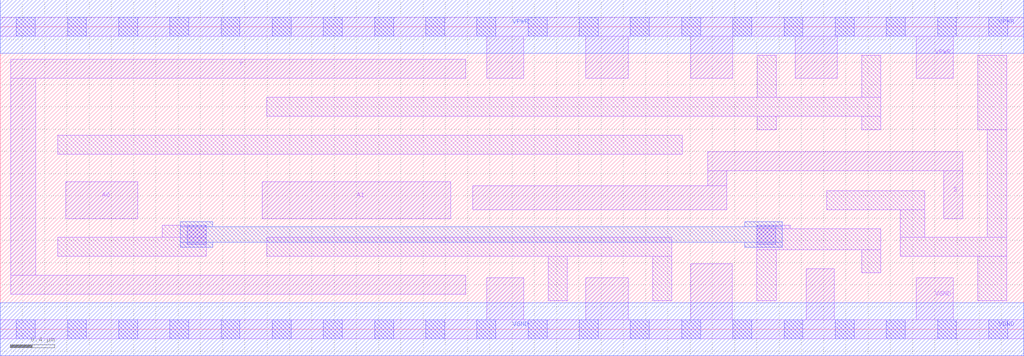
<source format=lef>
# Copyright 2020 The SkyWater PDK Authors
#
# Licensed under the Apache License, Version 2.0 (the "License");
# you may not use this file except in compliance with the License.
# You may obtain a copy of the License at
#
#     https://www.apache.org/licenses/LICENSE-2.0
#
# Unless required by applicable law or agreed to in writing, software
# distributed under the License is distributed on an "AS IS" BASIS,
# WITHOUT WARRANTIES OR CONDITIONS OF ANY KIND, either express or implied.
# See the License for the specific language governing permissions and
# limitations under the License.
#
# SPDX-License-Identifier: Apache-2.0

VERSION 5.7 ;
  NAMESCASESENSITIVE ON ;
  NOWIREEXTENSIONATPIN ON ;
  DIVIDERCHAR "/" ;
  BUSBITCHARS "[]" ;
UNITS
  DATABASE MICRONS 200 ;
END UNITS
PROPERTYDEFINITIONS
  MACRO maskLayoutSubType STRING ;
  MACRO prCellType STRING ;
  MACRO originalViewName STRING ;
END PROPERTYDEFINITIONS
MACRO sky130_fd_sc_hdll__mux2i_4
  CLASS CORE ;
  FOREIGN sky130_fd_sc_hdll__mux2i_4 ;
  ORIGIN  0.000000  0.000000 ;
  SIZE  9.200000 BY  2.720000 ;
  SYMMETRY X Y R90 ;
  SITE unithd ;
  PIN A0
    ANTENNAGATEAREA  1.110000 ;
    DIRECTION INPUT ;
    USE SIGNAL ;
    PORT
      LAYER li1 ;
        RECT 0.590000 0.995000 1.235000 1.325000 ;
    END
  END A0
  PIN A1
    ANTENNAGATEAREA  1.110000 ;
    DIRECTION INPUT ;
    USE SIGNAL ;
    PORT
      LAYER li1 ;
        RECT 2.355000 0.995000 4.050000 1.325000 ;
    END
  END A1
  PIN S
    ANTENNAGATEAREA  1.387500 ;
    DIRECTION INPUT ;
    USE SIGNAL ;
    PORT
      LAYER li1 ;
        RECT 4.245000 1.075000 6.530000 1.290000 ;
        RECT 6.360000 1.290000 6.530000 1.425000 ;
        RECT 6.360000 1.425000 8.650000 1.595000 ;
        RECT 8.480000 0.995000 8.650000 1.425000 ;
    END
  END S
  PIN VGND
    ANTENNADIFFAREA  1.030250 ;
    DIRECTION INOUT ;
    USE SIGNAL ;
    PORT
      LAYER li1 ;
        RECT 0.000000 -0.085000 9.200000 0.085000 ;
        RECT 4.375000  0.085000 4.705000 0.465000 ;
        RECT 5.265000  0.085000 5.645000 0.465000 ;
        RECT 6.205000  0.085000 6.580000 0.590000 ;
        RECT 7.245000  0.085000 7.495000 0.545000 ;
        RECT 8.235000  0.085000 8.565000 0.465000 ;
      LAYER mcon ;
        RECT 0.145000 -0.085000 0.315000 0.085000 ;
        RECT 0.605000 -0.085000 0.775000 0.085000 ;
        RECT 1.065000 -0.085000 1.235000 0.085000 ;
        RECT 1.525000 -0.085000 1.695000 0.085000 ;
        RECT 1.985000 -0.085000 2.155000 0.085000 ;
        RECT 2.445000 -0.085000 2.615000 0.085000 ;
        RECT 2.905000 -0.085000 3.075000 0.085000 ;
        RECT 3.365000 -0.085000 3.535000 0.085000 ;
        RECT 3.825000 -0.085000 3.995000 0.085000 ;
        RECT 4.285000 -0.085000 4.455000 0.085000 ;
        RECT 4.745000 -0.085000 4.915000 0.085000 ;
        RECT 5.205000 -0.085000 5.375000 0.085000 ;
        RECT 5.665000 -0.085000 5.835000 0.085000 ;
        RECT 6.125000 -0.085000 6.295000 0.085000 ;
        RECT 6.585000 -0.085000 6.755000 0.085000 ;
        RECT 7.045000 -0.085000 7.215000 0.085000 ;
        RECT 7.505000 -0.085000 7.675000 0.085000 ;
        RECT 7.965000 -0.085000 8.135000 0.085000 ;
        RECT 8.425000 -0.085000 8.595000 0.085000 ;
        RECT 8.885000 -0.085000 9.055000 0.085000 ;
      LAYER met1 ;
        RECT 0.000000 -0.240000 9.200000 0.240000 ;
    END
  END VGND
  PIN VPWR
    ANTENNADIFFAREA  1.475000 ;
    DIRECTION INOUT ;
    USE SIGNAL ;
    PORT
      LAYER li1 ;
        RECT 0.000000 2.635000 9.200000 2.805000 ;
        RECT 4.375000 2.255000 4.705000 2.635000 ;
        RECT 5.265000 2.255000 5.645000 2.635000 ;
        RECT 6.205000 2.255000 6.585000 2.635000 ;
        RECT 7.145000 2.255000 7.525000 2.635000 ;
        RECT 8.235000 2.255000 8.565000 2.635000 ;
      LAYER mcon ;
        RECT 0.145000 2.635000 0.315000 2.805000 ;
        RECT 0.605000 2.635000 0.775000 2.805000 ;
        RECT 1.065000 2.635000 1.235000 2.805000 ;
        RECT 1.525000 2.635000 1.695000 2.805000 ;
        RECT 1.985000 2.635000 2.155000 2.805000 ;
        RECT 2.445000 2.635000 2.615000 2.805000 ;
        RECT 2.905000 2.635000 3.075000 2.805000 ;
        RECT 3.365000 2.635000 3.535000 2.805000 ;
        RECT 3.825000 2.635000 3.995000 2.805000 ;
        RECT 4.285000 2.635000 4.455000 2.805000 ;
        RECT 4.745000 2.635000 4.915000 2.805000 ;
        RECT 5.205000 2.635000 5.375000 2.805000 ;
        RECT 5.665000 2.635000 5.835000 2.805000 ;
        RECT 6.125000 2.635000 6.295000 2.805000 ;
        RECT 6.585000 2.635000 6.755000 2.805000 ;
        RECT 7.045000 2.635000 7.215000 2.805000 ;
        RECT 7.505000 2.635000 7.675000 2.805000 ;
        RECT 7.965000 2.635000 8.135000 2.805000 ;
        RECT 8.425000 2.635000 8.595000 2.805000 ;
        RECT 8.885000 2.635000 9.055000 2.805000 ;
      LAYER met1 ;
        RECT 0.000000 2.480000 9.200000 2.960000 ;
    END
  END VPWR
  PIN Y
    ANTENNADIFFAREA  2.339500 ;
    DIRECTION OUTPUT ;
    USE SIGNAL ;
    PORT
      LAYER li1 ;
        RECT 0.095000 0.315000 4.185000 0.485000 ;
        RECT 0.095000 0.485000 0.320000 2.255000 ;
        RECT 0.095000 2.255000 4.185000 2.425000 ;
    END
  END Y
  OBS
    LAYER li1 ;
      RECT 0.515000 0.655000 1.850000 0.825000 ;
      RECT 0.515000 1.575000 6.130000 1.745000 ;
      RECT 1.455000 0.825000 1.850000 0.935000 ;
      RECT 2.395000 0.655000 6.035000 0.825000 ;
      RECT 2.395000 1.915000 7.915000 2.085000 ;
      RECT 4.925000 0.255000 5.095000 0.655000 ;
      RECT 5.865000 0.255000 6.035000 0.655000 ;
      RECT 6.800000 0.255000 6.975000 0.715000 ;
      RECT 6.800000 0.715000 7.915000 0.905000 ;
      RECT 6.800000 0.905000 7.100000 0.935000 ;
      RECT 6.805000 1.795000 6.975000 1.915000 ;
      RECT 6.805000 2.085000 6.975000 2.465000 ;
      RECT 7.430000 1.075000 8.310000 1.245000 ;
      RECT 7.745000 0.510000 7.915000 0.715000 ;
      RECT 7.745000 1.795000 7.915000 1.915000 ;
      RECT 7.745000 2.085000 7.915000 2.465000 ;
      RECT 8.090000 0.655000 9.045000 0.825000 ;
      RECT 8.090000 0.825000 8.310000 1.075000 ;
      RECT 8.785000 0.255000 9.045000 0.655000 ;
      RECT 8.785000 1.795000 9.045000 2.465000 ;
      RECT 8.870000 0.825000 9.045000 1.795000 ;
    LAYER mcon ;
      RECT 1.680000 0.765000 1.850000 0.935000 ;
      RECT 6.800000 0.765000 6.970000 0.935000 ;
    LAYER met1 ;
      RECT 1.620000 0.735000 1.910000 0.780000 ;
      RECT 1.620000 0.780000 7.030000 0.920000 ;
      RECT 1.620000 0.920000 1.910000 0.965000 ;
      RECT 6.690000 0.735000 7.030000 0.780000 ;
      RECT 6.690000 0.920000 7.030000 0.965000 ;
  END
  PROPERTY maskLayoutSubType "abstract" ;
  PROPERTY prCellType "standard" ;
  PROPERTY originalViewName "layout" ;
END sky130_fd_sc_hdll__mux2i_4

</source>
